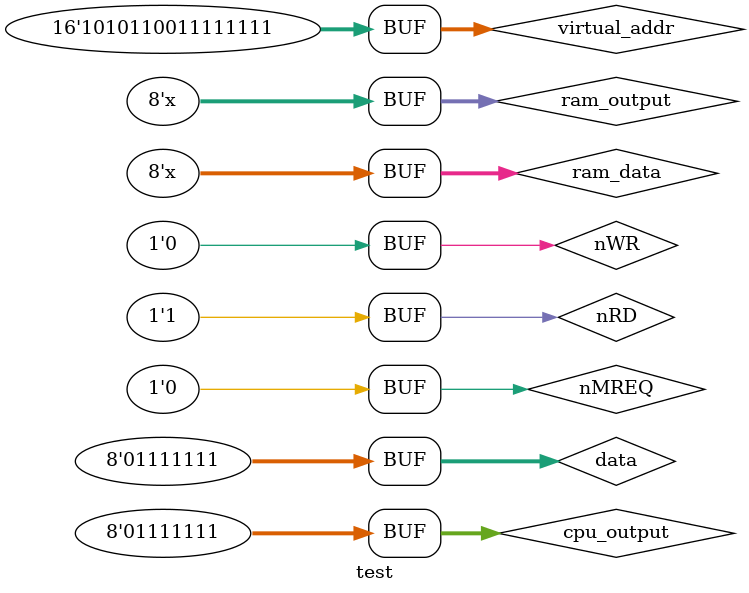
<source format=v>
module Z80_MMU  #(parameter FLAGS = 4,
				  parameter PA = 12,
				  parameter SIZE = 256)(
					input wire nMREQ,
					input wire nRD,
					input wire nWR,
					inout wire[7:0] ram_data,
					inout wire[7:0] cpu_data,
					input wire[15:0] cpu_addr,
					output reg[PA+8-1:0] ram_addr
				);

	reg [FLAGS+PA-1:0] page_table[SIZE-1:0];
	wire [7:0] page_name;
	wire [7:0] offset;
	wire [19:0] physical_addr;
	// set initial page_table adresses to 16'hff - i (reverse descending order).
	integer i;
	initial 
	begin
        ram_addr = 20'hz;
		for (i=0; i<SIZE; i=i+1) 
		begin
            page_table[i] = i;
            // page_table[i] = 16'hff - i;
		end
	end

	// ram_address[0] == 0 -> low PA
	// ram_address[0] == 1 -> high PA
	assign page_name = cpu_addr[15:8];
	assign offset = cpu_addr[7:0];
	assign physical_addr[19:0] = {page_table[page_name][PA-1:0], offset};

    assign cpu_data = (~nRD) ? ram_data : 8'bz; // if we are reading, then take data from ram, else set cpu_data to z-state(release the bus)
    assign ram_data = (~nWR & ((physical_addr[19:8] ^ 8'hfe) >= 2)) ? cpu_data : 8'bz; //if the CPU is writing and it's not changing the page table, forward the data from it's inner bus to the outer bus. Otherwise, let go of the CPU data bus.



	always @(nMREQ or nWR or nRD)
		begin
		if(~nMREQ)
		begin
			// $strobe("	Memmory access: nWR-%b, nRD-%b A-%x, pPage-%x, D-%x, rD-%x", nWR, nRD, cpu_addr, physical_addr[19:8], cpu_data, ram_data);
        	if (((physical_addr[19:8] ^ 8'hfe) < 2) && ~nWR)
				begin
					if(cpu_addr[0] == 0)
						begin

						$strobe("Page table1 write: A-%x, D-%x, byte - %b",physical_addr[8:1], cpu_data, physical_addr[0]);
						page_table[physical_addr[8:1]][7:0] = cpu_data[7:0]; //Change the page table entry
						end
					else
						begin
						$strobe("Page table2 write: A-%x, D-%x, byte - %b",physical_addr[8:1], cpu_data, physical_addr[0]);
						page_table[physical_addr[8:1]][FLAGS+PA-1:8] = cpu_data[7:0]; //Change the page table entry
						end	
				end
			else
				begin
					ram_addr[PA+8-1:0] = physical_addr; //Set the physical address
				end
		end
		else
			ram_addr[PA+8-1:0] = 20'hz; // $strobe("nMREQ is inactive");
		end
		// 02f ^ fe = 0d1
endmodule


module test;
	// reg[7:0] pseudo_ram[65535:0];
	reg nMREQ;
	reg nRD;
	reg nWR;
	reg [15:0] virtual_addr;
	wire [19:0] physical_addr;

	wire [7:0] data;
	reg [7:0] cpu_output;
	wire[7:0] cpu_input;
	
	wire [7:0] ram_data;
	reg [7:0] ram_output;
	wire[7:0] ram_input;
	integer i;
  	initial
      begin
		// for (i=0; i<65536; i=i+1) 
		// begin
        //     pseudo_ram[i] = 0;
		// end
        nMREQ=1; 
        nWR = 1; 
        nRD = 1; 
        virtual_addr = 16'hz; 
        cpu_output = 8'bz;
        ram_output = 8'bz;
      end
  
	assign ram_data = ~nRD ? ram_output : 8'bzzzzzzzz;
  	assign data = ~nWR ? cpu_output : 8'bzzzzzzzz;
  
	parameter delay = 10;
	Z80_MMU mmu(
		.nMREQ   		   (nMREQ),
		.nRD      		   (nRD),
		.nWR      		   (nWR),
        .ram_data      	   (ram_data),
        .cpu_data      	   (data),
        .cpu_addr          (virtual_addr),	
        .ram_addr     	   (physical_addr)
		
	);

	initial 
		begin
    	  //$dumpfile("dump.vcd");
    	  //$dumpvars(1);
          nMREQ=1; nWR = 1; nRD = 1; virtual_addr = 16'h0; cpu_output = 8'b0;

	      #(delay) virtual_addr = 16'h00ac; cpu_output = 8'b11111111; nWR = 0; nRD = 1; nMREQ=0;	
		  #(delay) nMREQ=1; nWR = 1; nRD = 1;
          #(delay) virtual_addr = 16'h01ac; cpu_output = 8'b10001110; nWR = 0; nRD = 1; nMREQ=0;
          #(delay) nMREQ=1; nWR = 1; nRD = 1;
          #(delay) virtual_addr = 16'hacff; cpu_output = 8'b01111111; nWR = 0; nRD = 1; nMREQ=0;
		//   #(delay) pseudo_ram[physical_addr] = ram_data; $display("physical address: %b, data in pseudo ram at physical_address: %b", physical_addr, pseudo_ram[physical_addr]);
		//   #(delay) nMREQ=1; nWR = 1; nRD = 1; 
		//   #(delay) virtual_addr = 16'hacff; nWR = 1; nRD = 0; nMREQ = 0;
		//   #(delay) ram_output = pseudo_ram[physical_addr]; //data is now set to 7f.
		//   #(delay) nMREQ=1; nWR = 1; nRD = 1; 
        end
  // CPU пише(Адресу 00ac, дані 8e, тобто змінює pagetable) -> Чекаємо -> CPU пише(Адресу acff, дані 01111111, тобто пише в пам'ять, за адресою 8eff)

endmodule
</source>
